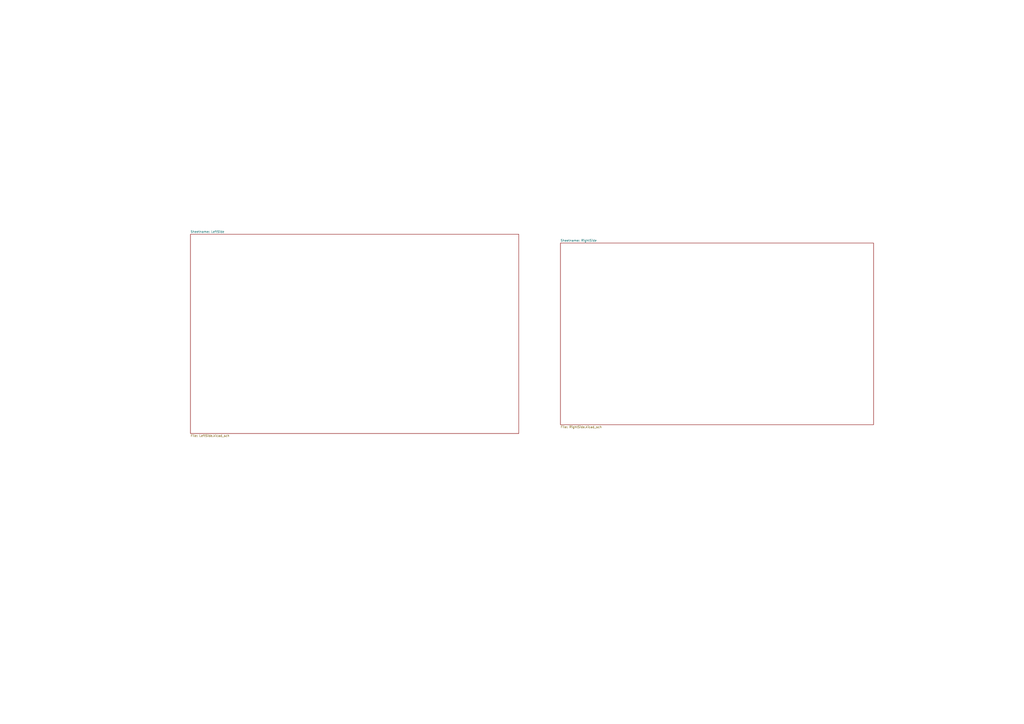
<source format=kicad_sch>
(kicad_sch
	(version 20231120)
	(generator "eeschema")
	(generator_version "8.0")
	(uuid "be0a2e90-30b4-4574-a35f-f84fa7d9d982")
	(paper "A2")
	(lib_symbols)
	(sheet
		(at 110.49 135.89)
		(size 190.5 115.57)
		(fields_autoplaced yes)
		(stroke
			(width 0.1524)
			(type solid)
		)
		(fill
			(color 0 0 0 0.0000)
		)
		(uuid "c6359b68-0380-468a-93e5-b78ab5e5c772")
		(property "Sheetname" "LeftSide"
			(at 110.49 135.1784 0)
			(show_name yes)
			(effects
				(font
					(size 1.27 1.27)
				)
				(justify left bottom)
			)
		)
		(property "Sheetfile" "LeftSide.kicad_sch"
			(at 110.49 252.0446 0)
			(effects
				(font
					(size 1.27 1.27)
				)
				(justify left top)
			)
		)
		(property "Field2" ""
			(at 110.49 135.89 0)
			(effects
				(font
					(size 1.27 1.27)
				)
				(hide yes)
			)
		)
		(instances
			(project "EagleV1"
				(path "/be0a2e90-30b4-4574-a35f-f84fa7d9d982"
					(page "3")
				)
			)
		)
	)
	(sheet
		(at 325.12 140.97)
		(size 181.61 105.41)
		(fields_autoplaced yes)
		(stroke
			(width 0.1524)
			(type solid)
		)
		(fill
			(color 0 0 0 0.0000)
		)
		(uuid "da17231a-3ca8-4e5f-a1b2-3506df4c6a2b")
		(property "Sheetname" "RightSide"
			(at 325.12 140.2584 0)
			(show_name yes)
			(effects
				(font
					(size 1.27 1.27)
				)
				(justify left bottom)
			)
		)
		(property "Sheetfile" "RightSide.kicad_sch"
			(at 325.12 246.9646 0)
			(effects
				(font
					(size 1.27 1.27)
				)
				(justify left top)
			)
		)
		(instances
			(project "EagleV1"
				(path "/be0a2e90-30b4-4574-a35f-f84fa7d9d982"
					(page "2")
				)
			)
		)
	)
	(sheet_instances
		(path "/"
			(page "1")
		)
	)
)

</source>
